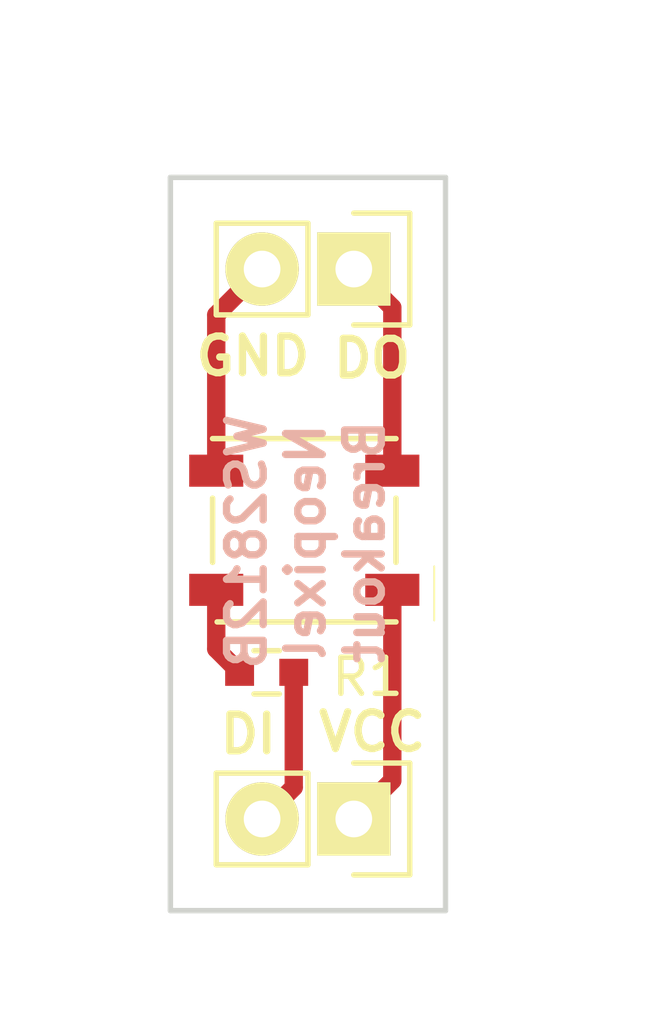
<source format=kicad_pcb>
(kicad_pcb (version 4) (host pcbnew 4.0.4+e1-6308~48~ubuntu14.04.1-stable)

  (general
    (links 0)
    (no_connects 0)
    (area 104.572999 74.854999 178.510001 123.265001)
    (thickness 1.6)
    (drawings 17)
    (tracks 0)
    (zones 0)
    (modules 0)
    (nets 1)
  )

  (page USLetter)
  (title_block
    (title "Neopixel WS2812B Breakout Board")
    (date "1 Sep 2016")
    (rev "v1.0")
    (company "CERN Open Hardware License v1.2")
    (comment 1 "jenner@wickerbox.net")
    (comment 2 "http://wickerbox.net")
    (comment 3 "Wickerbox Electronics")
  )

  (layers
    (0 F.Cu signal)
    (31 B.Cu signal)
    (34 B.Paste user)
    (35 F.Paste user)
    (36 B.SilkS user)
    (37 F.SilkS user)
    (38 B.Mask user)
    (39 F.Mask user)
    (44 Edge.Cuts user)
    (46 B.CrtYd user)
    (47 F.CrtYd user)
    (48 B.Fab user)
    (49 F.Fab user)
  )

  (setup
    (last_trace_width 0.1524)
    (user_trace_width 0.1524)
    (user_trace_width 0.254)
    (user_trace_width 0.3302)
    (user_trace_width 0.508)
    (user_trace_width 0.762)
    (trace_clearance 0.254)
    (zone_clearance 0.508)
    (zone_45_only no)
    (trace_min 0.1524)
    (segment_width 0.2)
    (edge_width 0.15)
    (via_size 0.6858)
    (via_drill 0.3302)
    (via_min_size 0.6858)
    (via_min_drill 0.3302)
    (user_via 0.6858 0.3302)
    (user_via 0.762 0.4064)
    (user_via 0.8636 0.508)
    (uvia_size 0.762)
    (uvia_drill 0.508)
    (uvias_allowed no)
    (uvia_min_size 0)
    (uvia_min_drill 0)
    (pcb_text_width 0.3)
    (pcb_text_size 1.5 1.5)
    (mod_edge_width 0.15)
    (mod_text_size 1 1)
    (mod_text_width 0.15)
    (pad_size 1.524 1.524)
    (pad_drill 0.762)
    (pad_to_mask_clearance 0.0762)
    (aux_axis_origin 0 0)
    (visible_elements FFFEDF7D)
    (pcbplotparams
      (layerselection 0x3d0fc_80000001)
      (usegerberextensions true)
      (excludeedgelayer true)
      (linewidth 0.100000)
      (plotframeref false)
      (viasonmask false)
      (mode 1)
      (useauxorigin false)
      (hpglpennumber 1)
      (hpglpenspeed 20)
      (hpglpendiameter 15)
      (hpglpenoverlay 2)
      (psnegative false)
      (psa4output false)
      (plotreference true)
      (plotvalue true)
      (plotinvisibletext false)
      (padsonsilk false)
      (subtractmaskfromsilk false)
      (outputformat 1)
      (mirror false)
      (drillshape 0)
      (scaleselection 1)
      (outputdirectory gerbers/))
  )

  (net 0 "")
  (net 1 /VCC)
  (net 2 /DO)
  (net 3 /DI)
  (net 4 GND)
  (net 5 "Net-(LED1-Pad4)")

  (net_class Default "This is the default net class."
    (clearance 0.254)
    (trace_width 0.1524)
    (via_dia 0.6858)
    (via_drill 0.3302)
    (uvia_dia 0.762)
    (uvia_drill 0.508)
    (add_net /DI)
    (add_net /DO)
    (add_net /VCC)
    (add_net GND)
    (add_net "Net-(LED1-Pad4)")
  )

  (net_class Power ""
    (clearance 0.3302)
    (trace_width 0.508)
    (via_dia 0.762)
    (via_drill 0.4064)
    (uvia_dia 0.762)
    (uvia_drill 0.508)
  )

  (module Wickerlib:CONN-HEADER-STRAIGHT-P2.54MM-1x02 (layer F.Cu) (tedit 57C8B9F5) (tstamp 57C8B9D9)
    (at 149.86 111.76 270)
    (descr "Through hole pin header")
    (tags "pin header")
    (path /57C8B999)
    (fp_text reference J1 (at 0 1.25 360) (layer F.Fab)
      (effects (font (size 1 1) (thickness 0.15)))
    )
    (fp_text value INPUT (at 0 -3.1 270) (layer F.Fab) hide
      (effects (font (size 1 1) (thickness 0.15)))
    )
    (fp_line (start 1.75 4.25) (end 1.75 -1.75) (layer F.Fab) (width 0.05))
    (fp_line (start 1.75 4.25) (end -1.75 4.25) (layer F.Fab) (width 0.05))
    (fp_line (start -1.75 -1.75) (end -1.75 4.25) (layer F.Fab) (width 0.05))
    (fp_line (start 1.75 -1.75) (end -1.75 -1.75) (layer F.Fab) (width 0.05))
    (fp_text user %R (at 0 5.334 270) (layer F.SilkS) hide
      (effects (font (size 1 1) (thickness 0.15)))
    )
    (fp_circle (center 0 0) (end 0.15 0.25) (layer F.Fab) (width 0.4))
    (fp_line (start 1.27 1.27) (end 1.27 3.81) (layer F.SilkS) (width 0.15))
    (fp_line (start 1.55 -1.55) (end 1.55 0) (layer F.SilkS) (width 0.15))
    (fp_line (start -1.75 -1.75) (end -1.75 4.3) (layer F.CrtYd) (width 0.05))
    (fp_line (start 1.75 -1.75) (end 1.75 4.3) (layer F.CrtYd) (width 0.05))
    (fp_line (start -1.75 -1.75) (end 1.75 -1.75) (layer F.CrtYd) (width 0.05))
    (fp_line (start -1.75 4.3) (end 1.75 4.3) (layer F.CrtYd) (width 0.05))
    (fp_line (start 1.27 1.27) (end -1.27 1.27) (layer F.SilkS) (width 0.15))
    (fp_line (start -1.55 0) (end -1.55 -1.55) (layer F.SilkS) (width 0.15))
    (fp_line (start -1.55 -1.55) (end 1.55 -1.55) (layer F.SilkS) (width 0.15))
    (fp_line (start -1.27 1.27) (end -1.27 3.81) (layer F.SilkS) (width 0.15))
    (fp_line (start -1.27 3.81) (end 1.27 3.81) (layer F.SilkS) (width 0.15))
    (pad 1 thru_hole rect (at 0 0 270) (size 2.032 2.032) (drill 1.016) (layers *.Cu *.Mask F.SilkS)
      (net 1 /VCC))
    (pad 2 thru_hole oval (at 0 2.54 270) (size 2.032 2.032) (drill 1.016) (layers *.Cu *.Mask F.SilkS)
      (net 3 /DI))
  )

  (module Wickerlib:CONN-HEADER-STRAIGHT-P2.54MM-1x02 (layer F.Cu) (tedit 57C8B9F8) (tstamp 57C8B9DF)
    (at 149.86 96.52 270)
    (descr "Through hole pin header")
    (tags "pin header")
    (path /57C8B8EE)
    (fp_text reference J2 (at 0 1.25 360) (layer F.Fab)
      (effects (font (size 1 1) (thickness 0.15)))
    )
    (fp_text value OUTPUT (at 0 -3.1 270) (layer F.Fab) hide
      (effects (font (size 1 1) (thickness 0.15)))
    )
    (fp_line (start 1.75 4.25) (end 1.75 -1.75) (layer F.Fab) (width 0.05))
    (fp_line (start 1.75 4.25) (end -1.75 4.25) (layer F.Fab) (width 0.05))
    (fp_line (start -1.75 -1.75) (end -1.75 4.25) (layer F.Fab) (width 0.05))
    (fp_line (start 1.75 -1.75) (end -1.75 -1.75) (layer F.Fab) (width 0.05))
    (fp_text user %R (at 0 5.334 270) (layer F.SilkS) hide
      (effects (font (size 1 1) (thickness 0.15)))
    )
    (fp_circle (center 0 0) (end 0.15 0.25) (layer F.Fab) (width 0.4))
    (fp_line (start 1.27 1.27) (end 1.27 3.81) (layer F.SilkS) (width 0.15))
    (fp_line (start 1.55 -1.55) (end 1.55 0) (layer F.SilkS) (width 0.15))
    (fp_line (start -1.75 -1.75) (end -1.75 4.3) (layer F.CrtYd) (width 0.05))
    (fp_line (start 1.75 -1.75) (end 1.75 4.3) (layer F.CrtYd) (width 0.05))
    (fp_line (start -1.75 -1.75) (end 1.75 -1.75) (layer F.CrtYd) (width 0.05))
    (fp_line (start -1.75 4.3) (end 1.75 4.3) (layer F.CrtYd) (width 0.05))
    (fp_line (start 1.27 1.27) (end -1.27 1.27) (layer F.SilkS) (width 0.15))
    (fp_line (start -1.55 0) (end -1.55 -1.55) (layer F.SilkS) (width 0.15))
    (fp_line (start -1.55 -1.55) (end 1.55 -1.55) (layer F.SilkS) (width 0.15))
    (fp_line (start -1.27 1.27) (end -1.27 3.81) (layer F.SilkS) (width 0.15))
    (fp_line (start -1.27 3.81) (end 1.27 3.81) (layer F.SilkS) (width 0.15))
    (pad 1 thru_hole rect (at 0 0 270) (size 2.032 2.032) (drill 1.016) (layers *.Cu *.Mask F.SilkS)
      (net 2 /DO))
    (pad 2 thru_hole oval (at 0 2.54 270) (size 2.032 2.032) (drill 1.016) (layers *.Cu *.Mask F.SilkS)
      (net 4 GND))
  )

  (module Wickerlib:RLC-0603-SMD (layer F.Cu) (tedit 579029AB) (tstamp 57C8B9ED)
    (at 147.447 107.696 180)
    (descr "Capacitor SMD RLC-0603-SMD, reflow soldering, AVX (see smccp.pdf)")
    (tags "capacitor RLC-0603-SMD")
    (path /57C8BA02)
    (attr smd)
    (fp_text reference R1 (at 0.09 0.04 180) (layer F.Fab)
      (effects (font (size 0.8 0.8) (thickness 0.15)))
    )
    (fp_text value 470 (at 0 1.9 180) (layer F.Fab) hide
      (effects (font (size 1 1) (thickness 0.15)))
    )
    (fp_text user %R (at -2.794 -0.127 180) (layer F.SilkS)
      (effects (font (size 1 1) (thickness 0.15)))
    )
    (fp_line (start -1.45 -0.75) (end 1.45 -0.75) (layer F.Fab) (width 0.05))
    (fp_line (start -1.45 0.75) (end 1.45 0.75) (layer F.CrtYd) (width 0.05))
    (fp_line (start -1.45 -0.75) (end -1.45 0.75) (layer F.CrtYd) (width 0.05))
    (fp_line (start 1.45 -0.75) (end 1.45 0.75) (layer F.CrtYd) (width 0.05))
    (fp_line (start -0.35 -0.6) (end 0.35 -0.6) (layer F.SilkS) (width 0.15))
    (fp_line (start 0.35 0.6) (end -0.35 0.6) (layer F.SilkS) (width 0.15))
    (fp_line (start -1.45 -0.75) (end 1.45 -0.75) (layer F.CrtYd) (width 0.05))
    (fp_line (start -1.45 -0.75) (end -1.45 0.75) (layer F.Fab) (width 0.05))
    (fp_line (start 1.45 -0.75) (end 1.45 0.75) (layer F.Fab) (width 0.05))
    (fp_line (start -1.45 0.75) (end 1.45 0.75) (layer F.Fab) (width 0.05))
    (pad 1 smd rect (at -0.75 0 180) (size 0.8 0.75) (layers F.Cu F.Paste F.Mask)
      (net 3 /DI))
    (pad 2 smd rect (at 0.75 0 180) (size 0.8 0.75) (layers F.Cu F.Paste F.Mask)
      (net 5 "Net-(LED1-Pad4)"))
  )

  (module Wickerlib:LED-RGB-5050-SMD (layer F.Cu) (tedit 57C8BD40) (tstamp 57C8B9E7)
    (at 148.4884 103.759)
    (path /57C8DCCA)
    (fp_text reference LED1 (at 0.025 0) (layer F.Fab)
      (effects (font (size 1 1) (thickness 0.15)))
    )
    (fp_text value WS2812B (at 0.025 0.05) (layer F.Fab) hide
      (effects (font (size 1 1) (thickness 0.15)))
    )
    (fp_circle (center 2.45 1.65) (end 2.5 1.8) (layer F.Fab) (width 0.05))
    (fp_line (start 3.6 1) (end 3.6 2.5) (layer F.SilkS) (width 0.05))
    (fp_line (start 3.81 3.048) (end 3.81 -2.921) (layer F.Fab) (width 0.05))
    (fp_line (start -3.81 3.048) (end 3.81 3.048) (layer F.Fab) (width 0.05))
    (fp_line (start -3.81 -2.921) (end -3.81 3.048) (layer F.Fab) (width 0.05))
    (fp_line (start 3.81 -2.921) (end -3.81 -2.921) (layer F.Fab) (width 0.05))
    (fp_text user %R (at 0.1 -3.302) (layer F.SilkS) hide
      (effects (font (size 1 1) (thickness 0.15)))
    )
    (fp_line (start -2.54 -0.889) (end -2.54 0.889) (layer F.SilkS) (width 0.1524))
    (fp_line (start 2.54 2.54) (end -2.413 2.54) (layer F.SilkS) (width 0.1524))
    (fp_line (start -2.54 -2.54) (end 2.54 -2.54) (layer F.SilkS) (width 0.1524))
    (fp_line (start 2.54 -0.889) (end 2.54 0.889) (layer F.SilkS) (width 0.1524))
    (pad 1 smd rect (at 2.4384 1.651) (size 1.4986 0.889) (layers F.Cu F.Paste F.Mask)
      (net 1 /VCC))
    (pad 2 smd rect (at 2.4384 -1.651) (size 1.4986 0.889) (layers F.Cu F.Paste F.Mask)
      (net 2 /DO))
    (pad 3 smd rect (at -2.4384 -1.651) (size 1.4986 0.889) (layers F.Cu F.Paste F.Mask)
      (net 4 GND))
    (pad 4 smd rect (at -2.4384 1.651) (size 1.4986 0.889) (layers F.Cu F.Paste F.Mask)
      (net 5 "Net-(LED1-Pad4)"))
  )

  (gr_text 9/1/16 (at 148.59 116.332) (layer F.Fab) (tstamp 57C8BE1C)
    (effects (font (size 1.27 1.27) (thickness 0.2032)))
  )
  (gr_text "RGB5050 Neopixel\nBreakout v1.0" (at 149.098 91.186) (layer F.Fab)
    (effects (font (size 1.27 1.27) (thickness 0.2032)))
  )
  (gr_line (start 144.78 93.853) (end 152.527 93.853) (layer F.Fab) (width 0.2))
  (gr_line (start 144.78 114.3) (end 144.78 93.853) (layer F.Fab) (width 0.2))
  (gr_line (start 152.527 114.3) (end 144.78 114.3) (layer F.Fab) (width 0.2))
  (gr_line (start 152.527 93.98) (end 152.527 114.3) (layer F.Fab) (width 0.2))
  (gr_text "WS2812B\nNeopixel\nBreakout" (at 148.5265 104.0765 90) (layer B.SilkS)
    (effects (font (size 1.016 1.016) (thickness 0.2032)) (justify mirror))
  )
  (gr_text DO (at 150.368 98.9965) (layer F.SilkS) (tstamp 56EF969F)
    (effects (font (size 1.016 1.016) (thickness 0.2032)))
  )
  (gr_text GND (at 147.066 98.933) (layer F.SilkS) (tstamp 56EF9699)
    (effects (font (size 1.016 1.016) (thickness 0.2032)))
  )
  (gr_text DI (at 146.939 109.4105) (layer F.SilkS) (tstamp 56EF9694)
    (effects (font (size 1.016 1.016) (thickness 0.2032)))
  )
  (gr_text VCC (at 150.368 109.347) (layer F.SilkS)
    (effects (font (size 1.016 1.016) (thickness 0.2032)))
  )
  (gr_line (start 144.78 93.98) (end 152.4 93.98) (layer Edge.Cuts) (width 0.15))
  (gr_line (start 144.78 114.3) (end 144.78 93.98) (layer Edge.Cuts) (width 0.15))
  (gr_line (start 152.4 114.3) (end 144.78 114.3) (layer Edge.Cuts) (width 0.15))
  (gr_line (start 152.4 93.98) (end 152.4 114.3) (layer Edge.Cuts) (width 0.15))

  (segment (start 150.9268 105.41) (end 150.9268 110.6932) (width 0.508) (layer F.Cu) (net 1))
  (segment (start 150.9268 110.6932) (end 149.86 111.76) (width 0.508) (layer F.Cu) (net 1))
  (segment (start 150.9268 102.108) (end 150.9268 97.5868) (width 0.508) (layer F.Cu) (net 2))
  (segment (start 150.9268 97.5868) (end 149.86 96.52) (width 0.508) (layer F.Cu) (net 2))
  (segment (start 148.197 107.696) (end 148.197 110.883) (width 0.508) (layer F.Cu) (net 3))
  (segment (start 148.197 110.883) (end 147.32 111.76) (width 0.508) (layer F.Cu) (net 3))
  (segment (start 146.05 102.108) (end 146.05 97.79) (width 0.508) (layer F.Cu) (net 4))
  (segment (start 146.05 97.79) (end 147.32 96.52) (width 0.508) (layer F.Cu) (net 4))
  (segment (start 146.05 105.41) (end 146.05 107.049) (width 0.508) (layer F.Cu) (net 5))
  (segment (start 146.05 107.049) (end 146.697 107.696) (width 0.508) (layer F.Cu) (net 5))

)

</source>
